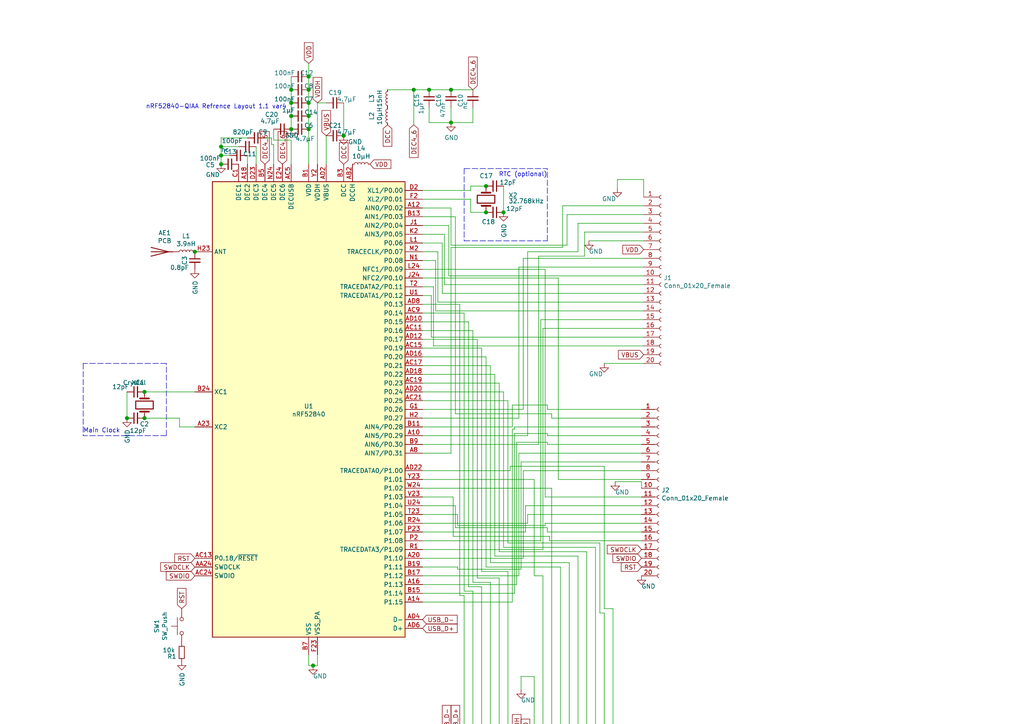
<source format=kicad_sch>
(kicad_sch (version 20210126) (generator eeschema)
  (paper "A4")
  (lib_symbols
    (symbol "Connector:Conn_01x20_Female" (pin_names (offset 1.016) hide)
      (property "Reference" "J" (at 0 25.4 0))
      (property "Value" "Conn_01x20_Female" (at 0 -27.94 0))
      (symbol "Conn_01x20_Female_1_1"
        (arc (start 0 -24.892) (end 0 -25.908) (radius (at 0 -25.4) (length 0.508) (angles 90.1 -90.1)) (stroke (width 0.1524)))
        (arc (start 0 -22.352) (end 0 -23.368) (radius (at 0 -22.86) (length 0.508) (angles 90.1 -90.1)) (stroke (width 0.1524)))
        (arc (start 0 -19.812) (end 0 -20.828) (radius (at 0 -20.32) (length 0.508) (angles 90.1 -90.1)) (stroke (width 0.1524)))
        (arc (start 0 -17.272) (end 0 -18.288) (radius (at 0 -17.78) (length 0.508) (angles 90.1 -90.1)) (stroke (width 0.1524)))
        (arc (start 0 -14.732) (end 0 -15.748) (radius (at 0 -15.24) (length 0.508) (angles 90.1 -90.1)) (stroke (width 0.1524)))
        (arc (start 0 -12.192) (end 0 -13.208) (radius (at 0 -12.7) (length 0.508) (angles 90.1 -90.1)) (stroke (width 0.1524)))
        (arc (start 0 -9.652) (end 0 -10.668) (radius (at 0 -10.16) (length 0.508) (angles 90.1 -90.1)) (stroke (width 0.1524)))
        (arc (start 0 -7.112) (end 0 -8.128) (radius (at 0 -7.62) (length 0.508) (angles 90.1 -90.1)) (stroke (width 0.1524)))
        (arc (start 0 -4.572) (end 0 -5.588) (radius (at 0 -5.08) (length 0.508) (angles 90.1 -90.1)) (stroke (width 0.1524)))
        (arc (start 0 -2.032) (end 0 -3.048) (radius (at 0 -2.54) (length 0.508) (angles 90.1 -90.1)) (stroke (width 0.1524)))
        (arc (start 0 0.508) (end 0 -0.508) (radius (at 0 0) (length 0.508) (angles 90.1 -90.1)) (stroke (width 0.1524)))
        (arc (start 0 3.048) (end 0 2.032) (radius (at 0 2.54) (length 0.508) (angles 90.1 -90.1)) (stroke (width 0.1524)))
        (arc (start 0 5.588) (end 0 4.572) (radius (at 0 5.08) (length 0.508) (angles 90.1 -90.1)) (stroke (width 0.1524)))
        (arc (start 0 8.128) (end 0 7.112) (radius (at 0 7.62) (length 0.508) (angles 90.1 -90.1)) (stroke (width 0.1524)))
        (arc (start 0 10.668) (end 0 9.652) (radius (at 0 10.16) (length 0.508) (angles 90.1 -90.1)) (stroke (width 0.1524)))
        (arc (start 0 13.208) (end 0 12.192) (radius (at 0 12.7) (length 0.508) (angles 90.1 -90.1)) (stroke (width 0.1524)))
        (arc (start 0 15.748) (end 0 14.732) (radius (at 0 15.24) (length 0.508) (angles 90.1 -90.1)) (stroke (width 0.1524)))
        (arc (start 0 18.288) (end 0 17.272) (radius (at 0 17.78) (length 0.508) (angles 90.1 -90.1)) (stroke (width 0.1524)))
        (arc (start 0 20.828) (end 0 19.812) (radius (at 0 20.32) (length 0.508) (angles 90.1 -90.1)) (stroke (width 0.1524)))
        (arc (start 0 23.368) (end 0 22.352) (radius (at 0 22.86) (length 0.508) (angles 90.1 -90.1)) (stroke (width 0.1524)))
        (polyline (pts (xy -1.27 -25.4) (xy -0.508 -25.4)) (stroke (width 0.1524)))
        (polyline (pts (xy -1.27 -22.86) (xy -0.508 -22.86)) (stroke (width 0.1524)))
        (polyline (pts (xy -1.27 -20.32) (xy -0.508 -20.32)) (stroke (width 0.1524)))
        (polyline (pts (xy -1.27 -17.78) (xy -0.508 -17.78)) (stroke (width 0.1524)))
        (polyline (pts (xy -1.27 -15.24) (xy -0.508 -15.24)) (stroke (width 0.1524)))
        (polyline (pts (xy -1.27 -12.7) (xy -0.508 -12.7)) (stroke (width 0.1524)))
        (polyline (pts (xy -1.27 -10.16) (xy -0.508 -10.16)) (stroke (width 0.1524)))
        (polyline (pts (xy -1.27 -7.62) (xy -0.508 -7.62)) (stroke (width 0.1524)))
        (polyline (pts (xy -1.27 -5.08) (xy -0.508 -5.08)) (stroke (width 0.1524)))
        (polyline (pts (xy -1.27 -2.54) (xy -0.508 -2.54)) (stroke (width 0.1524)))
        (polyline (pts (xy -1.27 0) (xy -0.508 0)) (stroke (width 0.1524)))
        (polyline (pts (xy -1.27 2.54) (xy -0.508 2.54)) (stroke (width 0.1524)))
        (polyline (pts (xy -1.27 5.08) (xy -0.508 5.08)) (stroke (width 0.1524)))
        (polyline (pts (xy -1.27 7.62) (xy -0.508 7.62)) (stroke (width 0.1524)))
        (polyline (pts (xy -1.27 10.16) (xy -0.508 10.16)) (stroke (width 0.1524)))
        (polyline (pts (xy -1.27 12.7) (xy -0.508 12.7)) (stroke (width 0.1524)))
        (polyline (pts (xy -1.27 15.24) (xy -0.508 15.24)) (stroke (width 0.1524)))
        (polyline (pts (xy -1.27 17.78) (xy -0.508 17.78)) (stroke (width 0.1524)))
        (polyline (pts (xy -1.27 20.32) (xy -0.508 20.32)) (stroke (width 0.1524)))
        (polyline (pts (xy -1.27 22.86) (xy -0.508 22.86)) (stroke (width 0.1524)))
        (pin passive line (at -5.08 22.86 0) (length 3.81) (name "Pin_1") (number "1"))
        (pin passive line (at -5.08 0 0) (length 3.81) (name "Pin_10") (number "10"))
        (pin passive line (at -5.08 -2.54 0) (length 3.81) (name "Pin_11") (number "11"))
        (pin passive line (at -5.08 -5.08 0) (length 3.81) (name "Pin_12") (number "12"))
        (pin passive line (at -5.08 -7.62 0) (length 3.81) (name "Pin_13") (number "13"))
        (pin passive line (at -5.08 -10.16 0) (length 3.81) (name "Pin_14") (number "14"))
        (pin passive line (at -5.08 -12.7 0) (length 3.81) (name "Pin_15") (number "15"))
        (pin passive line (at -5.08 -15.24 0) (length 3.81) (name "Pin_16") (number "16"))
        (pin passive line (at -5.08 -17.78 0) (length 3.81) (name "Pin_17") (number "17"))
        (pin passive line (at -5.08 -20.32 0) (length 3.81) (name "Pin_18") (number "18"))
        (pin passive line (at -5.08 -22.86 0) (length 3.81) (name "Pin_19") (number "19"))
        (pin passive line (at -5.08 20.32 0) (length 3.81) (name "Pin_2") (number "2"))
        (pin passive line (at -5.08 -25.4 0) (length 3.81) (name "Pin_20") (number "20"))
        (pin passive line (at -5.08 17.78 0) (length 3.81) (name "Pin_3") (number "3"))
        (pin passive line (at -5.08 15.24 0) (length 3.81) (name "Pin_4") (number "4"))
        (pin passive line (at -5.08 12.7 0) (length 3.81) (name "Pin_5") (number "5"))
        (pin passive line (at -5.08 10.16 0) (length 3.81) (name "Pin_6") (number "6"))
        (pin passive line (at -5.08 7.62 0) (length 3.81) (name "Pin_7") (number "7"))
        (pin passive line (at -5.08 5.08 0) (length 3.81) (name "Pin_8") (number "8"))
        (pin passive line (at -5.08 2.54 0) (length 3.81) (name "Pin_9") (number "9"))
      )
    )
    (symbol "Device:Antenna" (pin_numbers hide) (pin_names (offset 1.016) hide)
      (property "Reference" "AE" (at -1.905 1.905 0))
      (property "Value" "Antenna" (at -1.905 0 0))
      (symbol "Antenna_0_1"
        (polyline (pts (xy 0 2.54) (xy 0 -3.81)) (stroke (width 0.254)))
        (polyline (pts (xy 1.27 2.54) (xy 0 -2.54) (xy -1.27 2.54)) (stroke (width 0.254)))
      )
      (symbol "Antenna_1_1"
        (pin input line (at 0 -5.08 90) (length 2.54) (name "A") (number "1"))
      )
    )
    (symbol "Device:C_Small" (pin_numbers hide) (pin_names (offset 0.254) hide)
      (property "Reference" "C" (at 0.254 1.778 0))
      (property "Value" "C_Small" (at 0.254 -2.032 0))
      (symbol "C_Small_0_1"
        (polyline (pts (xy -1.524 -0.508) (xy 1.524 -0.508)) (stroke (width 0.3302)))
        (polyline (pts (xy -1.524 0.508) (xy 1.524 0.508)) (stroke (width 0.3048)))
      )
      (symbol "C_Small_1_1"
        (pin passive line (at 0 2.54 270) (length 2.032) (name "~") (number "1"))
        (pin passive line (at 0 -2.54 90) (length 2.032) (name "~") (number "2"))
      )
    )
    (symbol "Device:Crystal" (pin_numbers hide) (pin_names (offset 1.016) hide)
      (property "Reference" "Y" (at 0 3.81 0))
      (property "Value" "Crystal" (at 0 -3.81 0))
      (symbol "Crystal_0_1"
        (rectangle (start -1.143 2.54) (end 1.143 -2.54) (stroke (width 0.3048)))
        (polyline (pts (xy -2.54 0) (xy -1.905 0)))
        (polyline (pts (xy -1.905 -1.27) (xy -1.905 1.27)) (stroke (width 0.508)))
        (polyline (pts (xy 1.905 -1.27) (xy 1.905 1.27)) (stroke (width 0.508)))
        (polyline (pts (xy 2.54 0) (xy 1.905 0)))
      )
      (symbol "Crystal_1_1"
        (pin passive line (at -3.81 0 0) (length 1.27) (name "1") (number "1"))
        (pin passive line (at 3.81 0 180) (length 1.27) (name "2") (number "2"))
      )
    )
    (symbol "Device:Crystal_1" (pin_numbers hide) (pin_names (offset 1.016) hide)
      (property "Reference" "X1" (at -6.503 -1.149 90))
      (property "Value" "32MHz" (at -6.502 0.514 90))
      (symbol "Crystal_1_0_1"
        (rectangle (start -1.143 2.54) (end 1.143 -2.54) (stroke (width 0.3048)))
        (polyline (pts (xy -2.54 0) (xy -1.905 0)))
        (polyline (pts (xy -1.905 -1.27) (xy -1.905 1.27)) (stroke (width 0.508)))
        (polyline (pts (xy 1.905 -1.27) (xy 1.905 1.27)) (stroke (width 0.508)))
        (polyline (pts (xy 2.54 0) (xy 1.905 0)))
      )
      (symbol "Crystal_1_1_1"
        (pin passive line (at -3.81 0 0) (length 1.27) (name "1") (number "1"))
        (pin passive line (at 3.81 0 180) (length 1.27) (name "3") (number "3"))
      )
    )
    (symbol "Device:L_Small" (pin_numbers hide) (pin_names (offset 0.254) hide)
      (property "Reference" "L" (at 0.762 1.016 0))
      (property "Value" "L_Small" (at 0.762 -1.016 0))
      (symbol "L_Small_0_1"
        (arc (start 0 -2.032) (end 0 -1.016) (radius (at 0 -1.524) (length 0.508) (angles -89.9 89.9)))
        (arc (start 0 -1.016) (end 0 0) (radius (at 0 -0.508) (length 0.508) (angles -89.9 89.9)))
        (arc (start 0 0) (end 0 1.016) (radius (at 0 0.508) (length 0.508) (angles -89.9 89.9)))
        (arc (start 0 1.016) (end 0 2.032) (radius (at 0 1.524) (length 0.508) (angles -89.9 89.9)))
      )
      (symbol "L_Small_1_1"
        (pin passive line (at 0 2.54 270) (length 0.508) (name "~") (number "1"))
        (pin passive line (at 0 -2.54 90) (length 0.508) (name "~") (number "2"))
      )
    )
    (symbol "Device:R_Small" (pin_numbers hide) (pin_names (offset 0.254) hide)
      (property "Reference" "R" (at 0.762 0.508 0))
      (property "Value" "R_Small" (at 0.762 -1.016 0))
      (symbol "R_Small_0_1"
        (rectangle (start -0.762 1.778) (end 0.762 -1.778) (stroke (width 0.2032)))
      )
      (symbol "R_Small_1_1"
        (pin passive line (at 0 2.54 270) (length 0.762) (name "~") (number "1"))
        (pin passive line (at 0 -2.54 90) (length 0.762) (name "~") (number "2"))
      )
    )
    (symbol "MCU_Nordic:nRF52840"
      (property "Reference" "U" (at 0 5.08 0))
      (property "Value" "nRF52840" (at 0 2.54 0))
      (symbol "nRF52840_0_1"
        (rectangle (start -27.94 66.04) (end 27.94 -66.04) (stroke (width 0.254)) (fill (type background)))
      )
      (symbol "nRF52840_1_1"
        (pin bidirectional line (at 33.02 -7.62 180) (length 5.08) (name "AIN5/P0.29") (number "A10"))
        (pin bidirectional line (at 33.02 58.42 180) (length 5.08) (name "AIN0/P0.02") (number "A12"))
        (pin bidirectional line (at 33.02 -55.88 180) (length 5.08) (name "P1.15") (number "A14"))
        (pin bidirectional line (at 33.02 -50.8 180) (length 5.08) (name "P1.13") (number "A16"))
        (pin passive line (at -17.78 71.12 270) (length 5.08) (name "DEC2") (number "A18"))
        (pin bidirectional line (at 33.02 -43.18 180) (length 5.08) (name "P1.10") (number "A20"))
        (pin passive line (at 0 71.12 270) (length 5.08) hide (name "VDD") (number "A22"))
        (pin input line (at -33.02 -5.08 0) (length 5.08) (name "XC2") (number "A23"))
        (pin bidirectional line (at 33.02 -12.7 180) (length 5.08) (name "AIN7/P0.31") (number "A8"))
        (pin input line (at -33.02 -45.72 0) (length 5.08) (name "SWDCLK") (number "AA24"))
        (pin power_out line (at 12.7 71.12 270) (length 5.08) (name "DCCH") (number "AB2"))
        (pin bidirectional line (at 33.02 22.86 180) (length 5.08) (name "P0.16") (number "AC11"))
        (pin bidirectional line (at -33.02 -43.18 0) (length 5.08) (name "P0.18/~RESET") (number "AC13"))
        (pin bidirectional line (at 33.02 17.78 180) (length 5.08) (name "P0.19") (number "AC15"))
        (pin bidirectional line (at 33.02 12.7 180) (length 5.08) (name "P0.21") (number "AC17"))
        (pin bidirectional line (at 33.02 7.62 180) (length 5.08) (name "P0.23") (number "AC19"))
        (pin bidirectional line (at 33.02 2.54 180) (length 5.08) (name "P0.25") (number "AC21"))
        (pin bidirectional line (at -33.02 -48.26 0) (length 5.08) (name "SWDIO") (number "AC24"))
        (pin passive line (at -5.08 71.12 270) (length 5.08) (name "DECUSB") (number "AC5"))
        (pin bidirectional line (at 33.02 27.94 180) (length 5.08) (name "P0.14") (number "AC9"))
        (pin bidirectional line (at 33.02 25.4 180) (length 5.08) (name "P0.15") (number "AD10"))
        (pin bidirectional line (at 33.02 20.32 180) (length 5.08) (name "P0.17") (number "AD12"))
        (pin passive line (at 0 71.12 270) (length 5.08) hide (name "VDD") (number "AD14"))
        (pin bidirectional line (at 33.02 15.24 180) (length 5.08) (name "P0.20") (number "AD16"))
        (pin bidirectional line (at 33.02 10.16 180) (length 5.08) (name "P0.22") (number "AD18"))
        (pin power_in line (at 5.08 71.12 270) (length 5.08) (name "VBUS") (number "AD2"))
        (pin bidirectional line (at 33.02 5.08 180) (length 5.08) (name "P0.24") (number "AD20"))
        (pin bidirectional line (at 33.02 -17.78 180) (length 5.08) (name "TRACEDATA0/P1.00") (number "AD22"))
        (pin passive line (at 0 71.12 270) (length 5.08) hide (name "VDD") (number "AD23"))
        (pin bidirectional line (at 33.02 -60.96 180) (length 5.08) (name "D-") (number "AD4"))
        (pin bidirectional line (at 33.02 -63.5 180) (length 5.08) (name "D+") (number "AD6"))
        (pin bidirectional line (at 33.02 30.48 180) (length 5.08) (name "P0.13") (number "AD8"))
        (pin power_in line (at 0 71.12 270) (length 5.08) (name "VDD") (number "B1"))
        (pin bidirectional line (at 33.02 -5.08 180) (length 5.08) (name "AIN4/P0.28") (number "B11"))
        (pin bidirectional line (at 33.02 55.88 180) (length 5.08) (name "AIN1/P0.03") (number "B13"))
        (pin bidirectional line (at 33.02 -53.34 180) (length 5.08) (name "P1.14") (number "B15"))
        (pin bidirectional line (at 33.02 -48.26 180) (length 5.08) (name "P1.12") (number "B17"))
        (pin bidirectional line (at 33.02 -45.72 180) (length 5.08) (name "P1.11") (number "B19"))
        (pin input line (at -33.02 5.08 0) (length 5.08) (name "XC1") (number "B24"))
        (pin power_out line (at 10.16 71.12 270) (length 5.08) (name "DCC") (number "B3"))
        (pin passive line (at -12.7 71.12 270) (length 5.08) (name "DEC4") (number "B5"))
        (pin power_in line (at 0 -71.12 90) (length 5.08) (name "VSS") (number "B7"))
        (pin bidirectional line (at 33.02 -10.16 180) (length 5.08) (name "AIN6/P0.30") (number "B9"))
        (pin passive line (at -20.32 71.12 270) (length 5.08) (name "DEC1") (number "C1"))
        (pin bidirectional line (at 33.02 63.5 180) (length 5.08) (name "XL1/P0.00") (number "D2"))
        (pin passive line (at -15.24 71.12 270) (length 5.08) (name "DEC3") (number "D23"))
        (pin passive line (at -7.62 71.12 270) (length 5.08) (name "DEC6") (number "E24"))
        (pin passive line (at 0 -71.12 90) (length 5.08) hide (name "VSS") (number "EP"))
        (pin bidirectional line (at 33.02 60.96 180) (length 5.08) (name "XL2/P0.01") (number "F2"))
        (pin power_in line (at 2.54 -71.12 90) (length 5.08) (name "VSS_PA") (number "F23"))
        (pin bidirectional line (at 33.02 0 180) (length 5.08) (name "P0.26") (number "G1"))
        (pin bidirectional line (at 33.02 -2.54 180) (length 5.08) (name "P0.27") (number "H2"))
        (pin passive line (at -33.02 45.72 0) (length 5.08) (name "ANT") (number "H23"))
        (pin bidirectional line (at 33.02 53.34 180) (length 5.08) (name "AIN2/P0.04") (number "J1"))
        (pin bidirectional line (at 33.02 38.1 180) (length 5.08) (name "NFC2/P0.10") (number "J24"))
        (pin bidirectional line (at 33.02 50.8 180) (length 5.08) (name "AIN3/P0.05") (number "K2"))
        (pin bidirectional line (at 33.02 48.26 180) (length 5.08) (name "P0.06") (number "L1"))
        (pin bidirectional line (at 33.02 40.64 180) (length 5.08) (name "NFC1/P0.09") (number "L24"))
        (pin bidirectional line (at 33.02 45.72 180) (length 5.08) (name "TRACECLK/P0.07") (number "M2"))
        (pin bidirectional line (at 33.02 43.18 180) (length 5.08) (name "P0.08") (number "N1"))
        (pin passive line (at -10.16 71.12 270) (length 5.08) (name "DEC5") (number "N24"))
        (pin bidirectional line (at 33.02 -38.1 180) (length 5.08) (name "P1.08") (number "P2"))
        (pin bidirectional line (at 33.02 -35.56 180) (length 5.08) (name "P1.07") (number "P23"))
        (pin bidirectional line (at 33.02 -40.64 180) (length 5.08) (name "TRACEDATA3/P1.09") (number "R1"))
        (pin bidirectional line (at 33.02 -33.02 180) (length 5.08) (name "P1.06") (number "R24"))
        (pin bidirectional line (at 33.02 35.56 180) (length 5.08) (name "TRACEDATA2/P0.11") (number "T2"))
        (pin bidirectional line (at 33.02 -30.48 180) (length 5.08) (name "P1.05") (number "T23"))
        (pin bidirectional line (at 33.02 33.02 180) (length 5.08) (name "TRACEDATA1/P0.12") (number "U1"))
        (pin bidirectional line (at 33.02 -27.94 180) (length 5.08) (name "P1.04") (number "U24"))
        (pin bidirectional line (at 33.02 -25.4 180) (length 5.08) (name "P1.03") (number "V23"))
        (pin passive line (at 0 71.12 270) (length 5.08) hide (name "VDD") (number "W1"))
        (pin bidirectional line (at 33.02 -22.86 180) (length 5.08) (name "P1.02") (number "W24"))
        (pin power_in line (at 2.54 71.12 270) (length 5.08) (name "VDDH") (number "Y2"))
        (pin bidirectional line (at 33.02 -20.32 180) (length 5.08) (name "P1.01") (number "Y23"))
      )
    )
    (symbol "Switch:SW_Push" (pin_numbers hide) (pin_names (offset 1.016) hide)
      (property "Reference" "SW" (at 1.27 2.54 0))
      (property "Value" "SW_Push" (at 0 -1.524 0))
      (symbol "SW_Push_0_1"
        (circle (center -2.032 0) (radius 0.508))
        (circle (center 2.032 0) (radius 0.508))
        (polyline (pts (xy 0 1.27) (xy 0 3.048)))
        (polyline (pts (xy 2.54 1.27) (xy -2.54 1.27)))
        (pin passive line (at -5.08 0 0) (length 2.54) (name "1") (number "1"))
        (pin passive line (at 5.08 0 180) (length 2.54) (name "2") (number "2"))
      )
    )
    (symbol "power:GND" (power) (pin_names (offset 0))
      (property "Value" "GND" (at 0 -3.81 0))
      (symbol "GND_0_1"
        (polyline (pts (xy 0 0) (xy 0 -1.27) (xy 1.27 -1.27) (xy 0 -2.54) (xy -1.27 -1.27) (xy 0 -1.27)))
      )
      (symbol "GND_1_1"
        (pin power_in line (at 0 0 270) (length 0) hide (name "GND") (number "1"))
      )
    )
  )
  (junction (at 36.83 121.285) (diameter 1.016))
  (junction (at 41.91 113.665) (diameter 1.016))
  (junction (at 41.91 121.285) (diameter 1.016))
  (junction (at 56.515 73.025) (diameter 1.016))
  (junction (at 64.135 42.545) (diameter 1.016))
  (junction (at 64.135 45.085) (diameter 1.016))
  (junction (at 64.135 47.625) (diameter 1.016))
  (junction (at 84.455 26.035) (diameter 1.016))
  (junction (at 84.455 29.845) (diameter 1.016))
  (junction (at 84.455 33.655) (diameter 1.016))
  (junction (at 84.455 37.465) (diameter 1.016))
  (junction (at 89.535 22.225) (diameter 1.016))
  (junction (at 89.535 26.035) (diameter 1.016))
  (junction (at 89.535 29.845) (diameter 1.016))
  (junction (at 89.535 33.655) (diameter 1.016))
  (junction (at 89.535 37.465) (diameter 1.016))
  (junction (at 90.805 193.04) (diameter 1.016))
  (junction (at 99.695 39.37) (diameter 1.016))
  (junction (at 120.015 26.035) (diameter 1.016))
  (junction (at 124.46 26.035) (diameter 1.016))
  (junction (at 130.81 26.035) (diameter 1.016))
  (junction (at 130.81 35.56) (diameter 1.016))
  (junction (at 140.97 53.975) (diameter 1.016))
  (junction (at 140.97 61.595) (diameter 1.016))
  (junction (at 146.05 61.595) (diameter 1.016))
  (wire (pts (xy 36.83 121.285) (xy 36.83 113.665)))
  (wire (pts (xy 41.91 113.665) (xy 56.515 113.665)))
  (wire (pts (xy 52.07 121.285) (xy 41.91 121.285)))
  (wire (pts (xy 52.07 123.825) (xy 52.07 121.285)))
  (wire (pts (xy 56.515 123.825) (xy 52.07 123.825)))
  (wire (pts (xy 64.135 40.005) (xy 64.135 42.545)))
  (wire (pts (xy 64.135 42.545) (xy 64.135 45.085)))
  (wire (pts (xy 64.135 45.085) (xy 64.135 47.625)))
  (wire (pts (xy 66.675 45.085) (xy 64.135 45.085)))
  (wire (pts (xy 69.215 42.545) (xy 64.135 42.545)))
  (wire (pts (xy 71.755 40.005) (xy 64.135 40.005)))
  (wire (pts (xy 71.755 45.085) (xy 71.755 47.625)))
  (wire (pts (xy 74.295 42.545) (xy 74.295 47.625)))
  (wire (pts (xy 78.74 40.005) (xy 76.835 40.005)))
  (wire (pts (xy 78.74 41.91) (xy 78.74 40.005)))
  (wire (pts (xy 79.375 40.64) (xy 79.375 37.465)))
  (wire (pts (xy 79.375 41.91) (xy 78.74 41.91)))
  (wire (pts (xy 79.375 47.625) (xy 79.375 41.91)))
  (wire (pts (xy 84.455 22.225) (xy 84.455 26.035)))
  (wire (pts (xy 84.455 26.035) (xy 84.455 29.845)))
  (wire (pts (xy 84.455 29.845) (xy 84.455 33.655)))
  (wire (pts (xy 84.455 33.655) (xy 84.455 37.465)))
  (wire (pts (xy 84.455 40.64) (xy 79.375 40.64)))
  (wire (pts (xy 84.455 47.625) (xy 84.455 40.64)))
  (wire (pts (xy 89.535 18.415) (xy 89.535 22.225)))
  (wire (pts (xy 89.535 22.225) (xy 89.535 26.035)))
  (wire (pts (xy 89.535 26.035) (xy 89.535 29.845)))
  (wire (pts (xy 89.535 29.845) (xy 89.535 33.655)))
  (wire (pts (xy 89.535 33.655) (xy 89.535 37.465)))
  (wire (pts (xy 89.535 37.465) (xy 89.535 47.625)))
  (wire (pts (xy 89.535 189.865) (xy 89.535 193.04)))
  (wire (pts (xy 89.535 193.04) (xy 90.805 193.04)))
  (wire (pts (xy 92.075 29.845) (xy 94.615 29.845)))
  (wire (pts (xy 92.075 47.625) (xy 92.075 29.845)))
  (wire (pts (xy 92.075 189.865) (xy 92.075 193.04)))
  (wire (pts (xy 92.075 193.04) (xy 90.805 193.04)))
  (wire (pts (xy 94.615 39.37) (xy 94.615 47.625)))
  (wire (pts (xy 99.695 29.845) (xy 99.695 39.37)))
  (wire (pts (xy 112.395 26.035) (xy 120.015 26.035)))
  (wire (pts (xy 120.015 26.035) (xy 124.46 26.035)))
  (wire (pts (xy 120.015 36.195) (xy 120.015 26.035)))
  (wire (pts (xy 122.555 60.325) (xy 130.81 60.325)))
  (wire (pts (xy 122.555 62.865) (xy 132.08 62.865)))
  (wire (pts (xy 122.555 65.405) (xy 130.175 65.405)))
  (wire (pts (xy 122.555 67.945) (xy 128.905 67.945)))
  (wire (pts (xy 122.555 70.485) (xy 128.27 70.485)))
  (wire (pts (xy 122.555 73.025) (xy 127 73.025)))
  (wire (pts (xy 122.555 75.565) (xy 126.365 75.565)))
  (wire (pts (xy 122.555 78.105) (xy 158.115 78.105)))
  (wire (pts (xy 122.555 80.645) (xy 161.925 80.645)))
  (wire (pts (xy 122.555 83.185) (xy 125.73 83.185)))
  (wire (pts (xy 122.555 85.725) (xy 125.095 85.725)))
  (wire (pts (xy 122.555 88.265) (xy 133.35 88.265)))
  (wire (pts (xy 122.555 90.805) (xy 134.62 90.805)))
  (wire (pts (xy 122.555 93.345) (xy 135.89 93.345)))
  (wire (pts (xy 122.555 95.885) (xy 137.16 95.885)))
  (wire (pts (xy 122.555 98.425) (xy 138.43 98.425)))
  (wire (pts (xy 122.555 100.965) (xy 139.7 100.965)))
  (wire (pts (xy 122.555 103.505) (xy 140.97 103.505)))
  (wire (pts (xy 122.555 106.045) (xy 142.24 106.045)))
  (wire (pts (xy 122.555 108.585) (xy 143.51 108.585)))
  (wire (pts (xy 122.555 111.125) (xy 144.78 111.125)))
  (wire (pts (xy 122.555 113.665) (xy 146.05 113.665)))
  (wire (pts (xy 122.555 116.205) (xy 147.32 116.205)))
  (wire (pts (xy 122.555 118.745) (xy 151.765 118.745)))
  (wire (pts (xy 122.555 121.285) (xy 150.495 121.285)))
  (wire (pts (xy 122.555 123.825) (xy 148.59 123.825)))
  (wire (pts (xy 122.555 126.365) (xy 153.035 126.365)))
  (wire (pts (xy 122.555 128.905) (xy 156.21 128.905)))
  (wire (pts (xy 122.555 131.445) (xy 130.81 131.445)))
  (wire (pts (xy 122.555 136.525) (xy 147.955 136.525)))
  (wire (pts (xy 122.555 139.065) (xy 154.94 139.065)))
  (wire (pts (xy 122.555 141.605) (xy 160.02 141.605)))
  (wire (pts (xy 122.555 144.145) (xy 131.445 144.145)))
  (wire (pts (xy 122.555 146.685) (xy 132.08 146.685)))
  (wire (pts (xy 122.555 149.225) (xy 132.715 149.225)))
  (wire (pts (xy 122.555 151.765) (xy 153.035 151.765)))
  (wire (pts (xy 122.555 154.305) (xy 152.4 154.305)))
  (wire (pts (xy 122.555 156.845) (xy 156.845 156.845)))
  (wire (pts (xy 122.555 159.385) (xy 157.48 159.385)))
  (wire (pts (xy 122.555 161.925) (xy 151.765 161.925)))
  (wire (pts (xy 122.555 164.465) (xy 132.715 164.465)))
  (wire (pts (xy 122.555 167.005) (xy 150.495 167.005)))
  (wire (pts (xy 122.555 169.545) (xy 149.86 169.545)))
  (wire (pts (xy 122.555 172.085) (xy 149.225 172.085)))
  (wire (pts (xy 122.555 174.625) (xy 148.59 174.625)))
  (wire (pts (xy 124.46 26.035) (xy 130.81 26.035)))
  (wire (pts (xy 124.46 31.115) (xy 124.46 35.56)))
  (wire (pts (xy 124.46 35.56) (xy 130.81 35.56)))
  (wire (pts (xy 125.095 85.725) (xy 125.095 97.79)))
  (wire (pts (xy 125.095 97.79) (xy 186.69 97.79)))
  (wire (pts (xy 125.73 83.185) (xy 125.73 100.33)))
  (wire (pts (xy 125.73 100.33) (xy 186.69 100.33)))
  (wire (pts (xy 126.365 75.565) (xy 126.365 90.17)))
  (wire (pts (xy 126.365 90.17) (xy 186.69 90.17)))
  (wire (pts (xy 127 73.025) (xy 127 87.63)))
  (wire (pts (xy 127 87.63) (xy 186.69 87.63)))
  (wire (pts (xy 128.27 70.485) (xy 128.27 85.09)))
  (wire (pts (xy 128.27 85.09) (xy 186.69 85.09)))
  (wire (pts (xy 128.905 67.945) (xy 128.905 82.55)))
  (wire (pts (xy 128.905 82.55) (xy 186.69 82.55)))
  (wire (pts (xy 130.175 65.405) (xy 130.175 80.01)))
  (wire (pts (xy 130.175 80.01) (xy 186.69 80.01)))
  (wire (pts (xy 130.81 26.035) (xy 137.16 26.035)))
  (wire (pts (xy 130.81 31.115) (xy 130.81 35.56)))
  (wire (pts (xy 130.81 60.325) (xy 130.81 71.12)))
  (wire (pts (xy 130.81 71.12) (xy 164.465 71.12)))
  (wire (pts (xy 130.81 71.755) (xy 163.195 71.755)))
  (wire (pts (xy 130.81 131.445) (xy 130.81 71.755)))
  (wire (pts (xy 131.445 144.145) (xy 131.445 155.575)))
  (wire (pts (xy 131.445 155.575) (xy 159.385 155.575)))
  (wire (pts (xy 132.08 62.865) (xy 132.08 120.015)))
  (wire (pts (xy 132.08 120.015) (xy 160.02 120.015)))
  (wire (pts (xy 132.08 146.685) (xy 132.08 153.035)))
  (wire (pts (xy 132.08 153.035) (xy 158.75 153.035)))
  (wire (pts (xy 132.715 149.225) (xy 132.715 152.4)))
  (wire (pts (xy 132.715 152.4) (xy 158.115 152.4)))
  (wire (pts (xy 132.715 164.465) (xy 132.715 165.1)))
  (wire (pts (xy 132.715 165.1) (xy 151.13 165.1)))
  (wire (pts (xy 133.35 88.265) (xy 133.35 172.72)))
  (wire (pts (xy 133.35 172.72) (xy 134.62 172.72)))
  (wire (pts (xy 134.62 90.805) (xy 134.62 171.45)))
  (wire (pts (xy 134.62 171.45) (xy 137.16 171.45)))
  (wire (pts (xy 134.62 172.72) (xy 134.62 214.63)))
  (wire (pts (xy 135.89 93.345) (xy 135.89 170.18)))
  (wire (pts (xy 135.89 170.18) (xy 139.7 170.18)))
  (wire (pts (xy 136.525 53.975) (xy 136.525 55.245)))
  (wire (pts (xy 136.525 55.245) (xy 122.555 55.245)))
  (wire (pts (xy 136.525 57.785) (xy 122.555 57.785)))
  (wire (pts (xy 136.525 61.595) (xy 136.525 57.785)))
  (wire (pts (xy 137.16 31.115) (xy 137.16 35.56)))
  (wire (pts (xy 137.16 35.56) (xy 130.81 35.56)))
  (wire (pts (xy 137.16 95.885) (xy 137.16 168.91)))
  (wire (pts (xy 137.16 168.91) (xy 142.24 168.91)))
  (wire (pts (xy 137.16 171.45) (xy 137.16 214.63)))
  (wire (pts (xy 138.43 98.425) (xy 138.43 167.64)))
  (wire (pts (xy 138.43 167.64) (xy 144.78 167.64)))
  (wire (pts (xy 139.7 100.965) (xy 139.7 165.735)))
  (wire (pts (xy 139.7 165.735) (xy 147.32 165.735)))
  (wire (pts (xy 139.7 170.18) (xy 139.7 214.63)))
  (wire (pts (xy 140.97 53.975) (xy 136.525 53.975)))
  (wire (pts (xy 140.97 61.595) (xy 136.525 61.595)))
  (wire (pts (xy 140.97 103.505) (xy 140.97 164.465)))
  (wire (pts (xy 140.97 164.465) (xy 162.56 164.465)))
  (wire (pts (xy 142.24 106.045) (xy 142.24 163.195)))
  (wire (pts (xy 142.24 163.195) (xy 165.1 163.195)))
  (wire (pts (xy 142.24 168.91) (xy 142.24 214.63)))
  (wire (pts (xy 143.51 108.585) (xy 143.51 161.29)))
  (wire (pts (xy 143.51 161.29) (xy 167.64 161.29)))
  (wire (pts (xy 144.78 111.125) (xy 144.78 160.02)))
  (wire (pts (xy 144.78 160.02) (xy 170.18 160.02)))
  (wire (pts (xy 144.78 167.64) (xy 144.78 214.63)))
  (wire (pts (xy 146.05 53.975) (xy 146.05 61.595)))
  (wire (pts (xy 146.05 113.665) (xy 146.05 158.75)))
  (wire (pts (xy 146.05 158.75) (xy 172.72 158.75)))
  (wire (pts (xy 147.32 116.205) (xy 147.32 157.48)))
  (wire (pts (xy 147.32 157.48) (xy 173.99 157.48)))
  (wire (pts (xy 147.32 165.735) (xy 147.32 214.63)))
  (wire (pts (xy 147.955 135.255) (xy 175.26 135.255)))
  (wire (pts (xy 147.955 136.525) (xy 147.955 135.255)))
  (wire (pts (xy 148.59 117.475) (xy 158.75 117.475)))
  (wire (pts (xy 148.59 123.825) (xy 148.59 117.475)))
  (wire (pts (xy 148.59 124.46) (xy 149.225 124.46)))
  (wire (pts (xy 148.59 174.625) (xy 148.59 124.46)))
  (wire (pts (xy 149.225 123.825) (xy 186.055 123.825)))
  (wire (pts (xy 149.225 124.46) (xy 149.225 123.825)))
  (wire (pts (xy 149.225 125.73) (xy 158.75 125.73)))
  (wire (pts (xy 149.225 172.085) (xy 149.225 125.73)))
  (wire (pts (xy 149.86 128.27) (xy 158.75 128.27)))
  (wire (pts (xy 149.86 169.545) (xy 149.86 128.27)))
  (wire (pts (xy 150.495 77.47) (xy 186.69 77.47)))
  (wire (pts (xy 150.495 121.285) (xy 150.495 77.47)))
  (wire (pts (xy 150.495 131.445) (xy 186.055 131.445)))
  (wire (pts (xy 150.495 167.005) (xy 150.495 131.445)))
  (wire (pts (xy 151.13 133.985) (xy 186.055 133.985)))
  (wire (pts (xy 151.13 165.1) (xy 151.13 133.985)))
  (wire (pts (xy 151.13 196.215) (xy 151.13 200.025)))
  (wire (pts (xy 151.765 74.93) (xy 186.69 74.93)))
  (wire (pts (xy 151.765 118.745) (xy 151.765 74.93)))
  (wire (pts (xy 151.765 136.525) (xy 186.055 136.525)))
  (wire (pts (xy 151.765 161.925) (xy 151.765 136.525)))
  (wire (pts (xy 152.4 146.685) (xy 186.055 146.685)))
  (wire (pts (xy 152.4 154.305) (xy 152.4 146.685)))
  (wire (pts (xy 153.035 73.025) (xy 167.64 73.025)))
  (wire (pts (xy 153.035 126.365) (xy 153.035 73.025)))
  (wire (pts (xy 153.035 149.225) (xy 186.055 149.225)))
  (wire (pts (xy 153.035 151.765) (xy 153.035 149.225)))
  (wire (pts (xy 154.94 139.065) (xy 154.94 167.005)))
  (wire (pts (xy 154.94 167.005) (xy 157.48 167.005)))
  (wire (pts (xy 154.94 196.215) (xy 151.13 196.215)))
  (wire (pts (xy 154.94 214.63) (xy 154.94 196.215)))
  (wire (pts (xy 156.21 74.295) (xy 169.545 74.295)))
  (wire (pts (xy 156.21 128.905) (xy 156.21 74.295)))
  (wire (pts (xy 156.845 92.71) (xy 186.69 92.71)))
  (wire (pts (xy 156.845 156.845) (xy 156.845 92.71)))
  (wire (pts (xy 157.48 95.25) (xy 186.69 95.25)))
  (wire (pts (xy 157.48 159.385) (xy 157.48 95.25)))
  (wire (pts (xy 157.48 167.005) (xy 157.48 214.63)))
  (wire (pts (xy 158.115 78.105) (xy 158.115 144.145)))
  (wire (pts (xy 158.115 144.145) (xy 186.055 144.145)))
  (wire (pts (xy 158.115 151.765) (xy 186.055 151.765)))
  (wire (pts (xy 158.115 152.4) (xy 158.115 151.765)))
  (wire (pts (xy 158.75 117.475) (xy 158.75 118.745)))
  (wire (pts (xy 158.75 118.745) (xy 186.055 118.745)))
  (wire (pts (xy 158.75 125.73) (xy 158.75 126.365)))
  (wire (pts (xy 158.75 126.365) (xy 186.055 126.365)))
  (wire (pts (xy 158.75 128.27) (xy 158.75 128.905)))
  (wire (pts (xy 158.75 128.905) (xy 186.055 128.905)))
  (wire (pts (xy 158.75 153.035) (xy 158.75 154.305)))
  (wire (pts (xy 158.75 154.305) (xy 186.055 154.305)))
  (wire (pts (xy 159.385 155.575) (xy 159.385 156.845)))
  (wire (pts (xy 159.385 156.845) (xy 186.055 156.845)))
  (wire (pts (xy 160.02 120.015) (xy 160.02 121.285)))
  (wire (pts (xy 160.02 121.285) (xy 186.055 121.285)))
  (wire (pts (xy 160.02 141.605) (xy 160.02 214.63)))
  (wire (pts (xy 161.925 80.645) (xy 161.925 139.065)))
  (wire (pts (xy 161.925 139.065) (xy 186.055 139.065)))
  (wire (pts (xy 162.56 164.465) (xy 162.56 214.63)))
  (wire (pts (xy 163.195 59.69) (xy 186.69 59.69)))
  (wire (pts (xy 163.195 71.755) (xy 163.195 59.69)))
  (wire (pts (xy 164.465 62.23) (xy 186.69 62.23)))
  (wire (pts (xy 164.465 71.12) (xy 164.465 62.23)))
  (wire (pts (xy 165.1 163.195) (xy 165.1 214.63)))
  (wire (pts (xy 167.64 64.77) (xy 186.69 64.77)))
  (wire (pts (xy 167.64 73.025) (xy 167.64 64.77)))
  (wire (pts (xy 167.64 161.29) (xy 167.64 214.63)))
  (wire (pts (xy 169.545 67.31) (xy 186.69 67.31)))
  (wire (pts (xy 169.545 74.295) (xy 169.545 67.31)))
  (wire (pts (xy 170.18 160.02) (xy 170.18 214.63)))
  (wire (pts (xy 170.815 69.85) (xy 186.69 69.85)))
  (wire (pts (xy 172.72 158.75) (xy 172.72 214.63)))
  (wire (pts (xy 173.99 157.48) (xy 173.99 177.8)))
  (wire (pts (xy 173.99 177.8) (xy 175.26 177.8)))
  (wire (pts (xy 175.26 105.41) (xy 186.69 105.41)))
  (wire (pts (xy 175.26 135.255) (xy 175.26 176.53)))
  (wire (pts (xy 175.26 176.53) (xy 177.8 176.53)))
  (wire (pts (xy 175.26 177.8) (xy 175.26 214.63)))
  (wire (pts (xy 177.8 176.53) (xy 177.8 214.63)))
  (wire (pts (xy 179.07 52.07) (xy 179.07 54.61)))
  (wire (pts (xy 186.055 139.7) (xy 178.435 139.7)))
  (wire (pts (xy 186.055 141.605) (xy 186.055 139.7)))
  (wire (pts (xy 186.69 52.07) (xy 179.07 52.07)))
  (wire (pts (xy 186.69 57.15) (xy 186.69 52.07)))
  (polyline (pts (xy 24.13 105.41) (xy 24.13 126.365)) (stroke (width 0) (type dash)))
  (polyline (pts (xy 48.26 105.41) (xy 24.13 105.41)) (stroke (width 0) (type dash)))
  (polyline (pts (xy 48.26 126.365) (xy 24.13 126.365)) (stroke (width 0) (type dash)))
  (polyline (pts (xy 48.26 126.365) (xy 48.26 105.41)) (stroke (width 0) (type dash)))
  (polyline (pts (xy 134.62 48.895) (xy 134.62 69.85)) (stroke (width 0) (type dash)))
  (polyline (pts (xy 134.62 48.895) (xy 158.75 48.895)) (stroke (width 0) (type dash)))
  (polyline (pts (xy 134.62 69.85) (xy 158.75 69.85)) (stroke (width 0) (type dash)))
  (polyline (pts (xy 158.75 69.85) (xy 158.75 48.895)) (stroke (width 0) (type dash)))
  (text "Main Clock\n" (at 24.13 125.73 0) (effects (font (size 1.27 1.27)) (justify left bottom)))
  (text "nRF52840-QIAA Refrence Layout 1.1 var4\n" (at 83.185 31.75 180) (effects (font (size 1.27 1.27)) (justify right bottom)))
  (text "RTC (optional)" (at 158.75 51.435 180) (effects (font (size 1.27 1.27)) (justify right bottom)))
  (global_label "RST" (shape input) (at 52.705 176.53 90) (property "Intersheet References" "${INTERSHEET_REFS}" (effects hide)))
  (global_label "RST" (shape input) (at 56.515 161.925 180) (property "Intersheet References" "${INTERSHEET_REFS}" (effects hide)))
  (global_label "SWDCLK" (shape input) (at 56.515 164.465 180) (property "Intersheet References" "${INTERSHEET_REFS}" (effects hide)))
  (global_label "SWDIO" (shape input) (at 56.515 167.005 180) (property "Intersheet References" "${INTERSHEET_REFS}" (effects hide)))
  (global_label "DEC4_6" (shape input) (at 76.835 47.625 90) (property "Intersheet References" "${INTERSHEET_REFS}" (effects hide)))
  (global_label "DEC4_6" (shape input) (at 81.915 47.625 90) (property "Intersheet References" "${INTERSHEET_REFS}" (effects hide)))
  (global_label "VDD" (shape input) (at 89.535 18.415 90) (property "Intersheet References" "${INTERSHEET_REFS}" (effects hide)))
  (global_label "VDDH" (shape input) (at 92.075 29.845 90) (property "Intersheet References" "${INTERSHEET_REFS}" (effects hide)))
  (global_label "VBUS" (shape input) (at 94.615 39.37 90) (property "Intersheet References" "${INTERSHEET_REFS}" (effects hide)))
  (global_label "DCC" (shape input) (at 99.695 47.625 90) (property "Intersheet References" "${INTERSHEET_REFS}" (effects hide)))
  (global_label "VDD" (shape input) (at 107.315 47.625 0) (property "Intersheet References" "${INTERSHEET_REFS}" (effects hide)))
  (global_label "DCC" (shape input) (at 112.395 36.195 270) (property "Intersheet References" "${INTERSHEET_REFS}" (effects hide)))
  (global_label "DEC4_6" (shape input) (at 120.015 36.195 270) (property "Intersheet References" "${INTERSHEET_REFS}" (effects hide)))
  (global_label "USB_D-" (shape input) (at 122.555 179.705 0) (property "Intersheet References" "${INTERSHEET_REFS}" (effects hide)))
  (global_label "USB_D+" (shape input) (at 122.555 182.245 0) (property "Intersheet References" "${INTERSHEET_REFS}" (effects hide)))
  (global_label "USB_D-" (shape input) (at 129.54 214.63 90) (property "Intersheet References" "${INTERSHEET_REFS}" (effects hide)))
  (global_label "USB_D+" (shape input) (at 132.08 214.63 90) (property "Intersheet References" "${INTERSHEET_REFS}" (effects hide)))
  (global_label "DEC4_6" (shape input) (at 137.16 26.035 90) (property "Intersheet References" "${INTERSHEET_REFS}" (effects hide)))
  (global_label "VDDH" (shape input) (at 149.86 214.63 90) (property "Intersheet References" "${INTERSHEET_REFS}" (effects hide)))
  (global_label "VDD" (shape input) (at 152.4 214.63 90) (property "Intersheet References" "${INTERSHEET_REFS}" (effects hide)))
  (global_label "SWDCLK" (shape input) (at 186.055 159.385 180) (property "Intersheet References" "${INTERSHEET_REFS}" (effects hide)))
  (global_label "SWDIO" (shape input) (at 186.055 161.925 180) (property "Intersheet References" "${INTERSHEET_REFS}" (effects hide)))
  (global_label "RST" (shape input) (at 186.055 164.465 180) (property "Intersheet References" "${INTERSHEET_REFS}" (effects hide)))
  (global_label "VDD" (shape input) (at 186.69 72.39 180) (property "Intersheet References" "${INTERSHEET_REFS}" (effects hide)))
  (global_label "VBUS" (shape input) (at 186.69 102.87 180) (property "Intersheet References" "${INTERSHEET_REFS}" (effects hide)))
  (symbol (lib_id "Device:L_Small") (at 53.975 73.025 90) (unit 1)
    (property "Reference" "L1" (at 53.975 68.434 90))
    (property "Value" "3.9nH" (at 53.975 70.732 90))
    (property "Footprint" "Inductor_SMD:L_0402_1005Metric_Pad0.77x0.64mm_HandSolder" (effects hide))
  )
  (symbol (lib_id "Device:L_Small") (at 104.775 47.625 90) (unit 1)
    (property "Reference" "L4" (at 104.775 43.034 90))
    (property "Value" "10µH" (at 104.775 45.332 90))
    (property "Footprint" "Inductor_SMD:L_1210_3225Metric_Pad1.42x2.65mm_HandSolder" (effects hide))
  )
  (symbol (lib_id "Device:L_Small") (at 112.395 28.575 180) (unit 1)
    (property "Reference" "L3" (at 107.804 28.575 90))
    (property "Value" "15nH" (at 110.102 28.575 90))
    (property "Footprint" "Inductor_SMD:L_0402_1005Metric_Pad0.77x0.64mm_HandSolder" (effects hide))
  )
  (symbol (lib_id "Device:L_Small") (at 112.395 33.655 180) (unit 1)
    (property "Reference" "L2" (at 107.804 33.655 90))
    (property "Value" "10µH" (at 110.102 33.655 90))
    (property "Footprint" "Inductor_SMD:L_1210_3225Metric_Pad1.42x2.65mm_HandSolder" (effects hide))
  )
  (symbol (lib_id "power:GND") (at 36.83 121.285 0) (unit 1)
    (property "Reference" "#PWR0103" (effects hide))
    (property "Value" "GND" (at 36.957 124.5362 90) (effects (justify right)))
  )
  (symbol (lib_id "power:GND") (at 52.705 191.77 0) (unit 1)
    (property "Reference" "#PWR0106" (effects hide))
    (property "Value" "GND" (at 52.832 195.0212 90) (effects (justify right)))
  )
  (symbol (lib_id "power:GND") (at 56.515 78.105 0) (unit 1)
    (property "Reference" "#PWR0107" (effects hide))
    (property "Value" "GND" (at 56.642 81.3562 90) (effects (justify right)))
  )
  (symbol (lib_id "power:GND") (at 64.135 47.625 0) (unit 1)
    (property "Reference" "#PWR0109" (effects hide))
    (property "Value" "GND" (at 61.7093 50.6794 0))
  )
  (symbol (lib_id "power:GND") (at 84.455 37.465 0) (unit 1)
    (property "Reference" "#PWR0108" (effects hide))
    (property "Value" "GND" (at 84.5693 39.2494 0))
  )
  (symbol (lib_id "power:GND") (at 90.805 193.04 0) (unit 1)
    (property "Reference" "#PWR0104" (effects hide))
    (property "Value" "GND" (at 92.8243 196.0944 0))
  )
  (symbol (lib_id "power:GND") (at 99.695 39.37 0) (unit 1)
    (property "Reference" "#PWR0101" (effects hide))
    (property "Value" "GND" (at 102.9843 41.1544 0))
  )
  (symbol (lib_id "power:GND") (at 130.81 35.56 0) (unit 1)
    (property "Reference" "#PWR0110" (effects hide))
    (property "Value" "GND" (at 130.937 39.9542 0))
  )
  (symbol (lib_id "power:GND") (at 146.05 61.595 0) (unit 1)
    (property "Reference" "#PWR0111" (effects hide))
    (property "Value" "GND" (at 146.177 64.8462 90) (effects (justify right)))
  )
  (symbol (lib_id "power:GND") (at 151.13 200.025 0) (unit 1)
    (property "Reference" "#PWR0105" (effects hide))
    (property "Value" "GND" (at 153.1493 203.0794 0))
  )
  (symbol (lib_id "power:GND") (at 170.815 69.85 0) (unit 1)
    (property "Reference" "#PWR0102" (effects hide))
    (property "Value" "GND" (at 172.8343 72.9044 0))
  )
  (symbol (lib_id "power:GND") (at 175.26 105.41 0) (unit 1)
    (property "Reference" "#PWR0112" (effects hide))
    (property "Value" "GND" (at 172.8343 108.4644 0))
  )
  (symbol (lib_id "power:GND") (at 178.435 139.7 0) (unit 1)
    (property "Reference" "#PWR0113" (effects hide))
    (property "Value" "GND" (at 180.4543 142.7544 0))
  )
  (symbol (lib_id "power:GND") (at 179.07 54.61 0) (unit 1)
    (property "Reference" "#PWR0115" (effects hide))
    (property "Value" "GND" (at 176.6443 57.6644 0))
  )
  (symbol (lib_id "power:GND") (at 186.055 167.005 0) (unit 1)
    (property "Reference" "#PWR0114" (effects hide))
    (property "Value" "GND" (at 188.0743 170.0594 0))
  )
  (symbol (lib_id "Device:R_Small") (at 52.705 189.23 180) (unit 1)
    (property "Reference" "R1" (at 51.2064 190.3984 0) (effects (justify left)))
    (property "Value" "10k" (at 50.8 188.595 0) (effects (justify left)))
    (property "Footprint" "Resistor_SMD:R_0402_1005Metric_Pad0.72x0.64mm_HandSolder" (effects hide))
  )
  (symbol (lib_id "Device:C_Small") (at 39.37 113.665 90) (unit 1)
    (property "Reference" "C1" (at 39.268 110.922 90) (effects (justify right)))
    (property "Value" "12pF" (at 32.512 112.192 90) (effects (justify right)))
    (property "Footprint" "Capacitor_SMD:C_0402_1005Metric_Pad0.74x0.62mm_HandSolder" (effects hide))
  )
  (symbol (lib_id "Device:C_Small") (at 39.37 121.285 90) (unit 1)
    (property "Reference" "C2" (at 40.538 122.987 90) (effects (justify right)))
    (property "Value" "12pF" (at 37.592 124.892 90) (effects (justify right)))
    (property "Footprint" "Capacitor_SMD:C_0402_1005Metric_Pad0.74x0.62mm_HandSolder" (effects hide))
  )
  (symbol (lib_id "Device:C_Small") (at 56.515 75.565 0) (unit 1)
    (property "Reference" "C3" (at 53.543 74.193 90) (effects (justify right)))
    (property "Value" "0.8pF" (at 54.813 77.597 0) (effects (justify right)))
    (property "Footprint" "Capacitor_SMD:C_0201_0603Metric_Pad0.64x0.40mm_HandSolder" (effects hide))
  )
  (symbol (lib_id "Device:C_Small") (at 66.675 47.625 270) (unit 1)
    (property "Reference" "C5" (at 62.332 47.828 90) (effects (justify right)))
    (property "Value" "100nF" (at 64.008 45.923 90) (effects (justify right)))
    (property "Footprint" "Capacitor_SMD:C_0402_1005Metric_Pad0.74x0.62mm_HandSolder" (effects hide))
  )
  (symbol (lib_id "Device:C_Small") (at 69.215 45.085 270) (unit 1)
    (property "Reference" "C13" (at 68.682 44.018 90) (effects (justify right)))
    (property "Value" "nc" (at 66.548 43.383 90) (effects (justify right)))
    (property "Footprint" "Capacitor_SMD:C_0402_1005Metric_Pad0.74x0.62mm_HandSolder" (effects hide))
  )
  (symbol (lib_id "Device:C_Small") (at 71.755 42.545 270) (unit 1)
    (property "Reference" "C11" (at 74.397 44.653 90) (effects (justify right)))
    (property "Value" "100pF" (at 70.358 40.843 90) (effects (justify right)))
    (property "Footprint" "Capacitor_SMD:C_0603_1608Metric_Pad1.08x0.95mm_HandSolder" (effects hide))
  )
  (symbol (lib_id "Device:C_Small") (at 74.295 40.005 270) (unit 1)
    (property "Reference" "C9" (at 77.572 38.303 90) (effects (justify right)))
    (property "Value" "820pF" (at 73.533 38.303 90) (effects (justify right)))
    (property "Footprint" "Capacitor_SMD:C_0402_1005Metric_Pad0.74x0.62mm_HandSolder" (effects hide))
  )
  (symbol (lib_id "Device:C_Small") (at 81.915 37.465 270) (unit 1)
    (property "Reference" "C20" (at 80.747 33.223 90) (effects (justify right)))
    (property "Value" "4.7µF" (at 81.153 35.128 90) (effects (justify right)))
    (property "Footprint" "Capacitor_SMD:C_1206_3216Metric_Pad1.33x1.80mm_HandSolder" (effects hide))
  )
  (symbol (lib_id "Device:C_Small") (at 86.995 22.225 270) (unit 1)
    (property "Reference" "C12" (at 90.907 21.158 90) (effects (justify right)))
    (property "Value" "100nF" (at 85.598 21.158 90) (effects (justify right)))
    (property "Footprint" "Capacitor_SMD:C_0402_1005Metric_Pad0.74x0.62mm_HandSolder" (effects hide))
  )
  (symbol (lib_id "Device:C_Small") (at 86.995 26.035 270) (unit 1)
    (property "Reference" "C8" (at 90.907 24.968 90) (effects (justify right)))
    (property "Value" "100nF" (at 85.598 24.968 90) (effects (justify right)))
    (property "Footprint" "Capacitor_SMD:C_0402_1005Metric_Pad0.74x0.62mm_HandSolder" (effects hide))
  )
  (symbol (lib_id "Device:C_Small") (at 86.995 29.845 270) (unit 1)
    (property "Reference" "C7" (at 90.907 28.778 90) (effects (justify right)))
    (property "Value" "100nF" (at 85.598 28.778 90) (effects (justify right)))
    (property "Footprint" "Capacitor_SMD:C_0402_1005Metric_Pad0.74x0.62mm_HandSolder" (effects hide))
  )
  (symbol (lib_id "Device:C_Small") (at 86.995 33.655 270) (unit 1)
    (property "Reference" "C14" (at 92.177 32.588 90) (effects (justify right)))
    (property "Value" "1µF" (at 85.598 31.953 90) (effects (justify right)))
    (property "Footprint" "Capacitor_SMD:C_0603_1608Metric_Pad1.08x0.95mm_HandSolder" (effects hide))
  )
  (symbol (lib_id "Device:C_Small") (at 86.995 37.465 270) (unit 1)
    (property "Reference" "C6" (at 90.907 36.398 90) (effects (justify right)))
    (property "Value" "4.7µF" (at 91.313 40.208 90) (effects (justify right)))
    (property "Footprint" "Capacitor_SMD:C_1206_3216Metric_Pad1.33x1.80mm_HandSolder" (effects hide))
  )
  (symbol (lib_id "Device:C_Small") (at 97.155 29.845 270) (unit 1)
    (property "Reference" "C19" (at 99.162 26.873 90) (effects (justify right)))
    (property "Value" "4.7µF" (at 103.378 28.778 90) (effects (justify right)))
    (property "Footprint" "Capacitor_SMD:C_0603_1608Metric_Pad1.08x0.95mm_HandSolder" (effects hide))
  )
  (symbol (lib_id "Device:C_Small") (at 97.155 39.37 270) (unit 1)
    (property "Reference" "C21" (at 99.162 36.398 90) (effects (justify right)))
    (property "Value" "4.7µF" (at 103.378 38.303 90) (effects (justify right)))
    (property "Footprint" "Capacitor_SMD:C_0603_1608Metric_Pad1.08x0.95mm_HandSolder" (effects hide))
  )
  (symbol (lib_id "Device:C_Small") (at 124.46 28.575 0) (unit 1)
    (property "Reference" "C15" (at 120.853 27.203 90) (effects (justify right)))
    (property "Value" "1µF" (at 122.123 29.337 90) (effects (justify right)))
    (property "Footprint" "Capacitor_SMD:C_0603_1608Metric_Pad1.08x0.95mm_HandSolder" (effects hide))
  )
  (symbol (lib_id "Device:C_Small") (at 130.81 28.575 0) (unit 1)
    (property "Reference" "C16" (at 127.203 27.203 90) (effects (justify right)))
    (property "Value" "47nF" (at 128.473 29.337 90) (effects (justify right)))
    (property "Footprint" "Capacitor_SMD:C_0402_1005Metric_Pad0.74x0.62mm_HandSolder" (effects hide))
  )
  (symbol (lib_id "Device:C_Small") (at 137.16 28.575 0) (unit 1)
    (property "Reference" "C10" (at 133.553 27.203 90) (effects (justify right)))
    (property "Value" "nc" (at 134.823 29.337 90) (effects (justify right)))
    (property "Footprint" "Capacitor_SMD:C_0402_1005Metric_Pad0.74x0.62mm_HandSolder" (effects hide))
  )
  (symbol (lib_id "Device:C_Small") (at 143.51 53.975 270) (unit 1)
    (property "Reference" "C17" (at 142.977 51.003 90) (effects (justify right)))
    (property "Value" "12pF" (at 149.733 52.908 90) (effects (justify right)))
    (property "Footprint" "Capacitor_SMD:C_0402_1005Metric_Pad0.74x0.62mm_HandSolder" (effects hide))
  )
  (symbol (lib_id "Device:C_Small") (at 143.51 61.595 270) (unit 1)
    (property "Reference" "C18" (at 143.612 64.338 90) (effects (justify right)))
    (property "Value" "12pF" (at 151.638 60.528 90) (effects (justify right)))
    (property "Footprint" "Capacitor_SMD:C_0402_1005Metric_Pad0.74x0.62mm_HandSolder" (effects hide))
  )
  (symbol (lib_id "Device:Antenna") (at 46.355 73.025 90) (unit 1)
    (property "Reference" "AE1" (at 47.752 67.545 90))
    (property "Value" "PCB" (at 47.752 69.844 90))
    (property "Footprint" "RF_Antenna:Texas_SWRA117D_2.4GHz_Left" (effects hide))
  )
  (symbol (lib_id "Switch:SW_Push") (at 52.705 181.61 90) (unit 1)
    (property "Reference" "SW1" (at 45.466 181.61 0))
    (property "Value" "SW_Push" (at 47.7774 181.61 0))
    (property "Footprint" "Button_Switch_SMD:SW_SPST_PTS636" (effects hide))
  )
  (symbol (lib_name "Device:Crystal_1") (lib_id "Device:Crystal") (at 41.91 117.475 270) (unit 1)
    (property "Reference" "X1" (at 40.761 110.972 90) (effects (justify right)))
    (property "Value" "Crystal" (at 42.424 110.973 90) (effects (justify right)))
    (property "Footprint" "SamacSys_Parts:XRCGB32M000F2P01R0" (effects hide))
  )
  (symbol (lib_id "Device:Crystal") (at 140.97 57.785 90) (unit 1)
    (property "Reference" "X2" (at 147.473 56.636 90) (effects (justify right)))
    (property "Value" "32.768kHz" (at 147.472 58.299 90) (effects (justify right)))
    (property "Footprint" "Crystal:Crystal_SMD_MicroCrystal_CC7V-T1A-2Pin_3.2x1.5mm_HandSoldering" (effects hide))
  )
  (symbol (lib_id "Connector:Conn_01x20_Female") (at 154.94 219.71 270) (unit 1)
    (property "Reference" "J3" (at 153.2128 221.5706 90))
    (property "Value" "Conn_01x20_Female" (at 153.2128 223.8693 90))
    (property "Footprint" "Connector_PinHeader_1.00mm:CastelatedHoles 1mm" (effects hide))
  )
  (symbol (lib_id "Connector:Conn_01x20_Female") (at 191.135 141.605 0) (unit 1)
    (property "Reference" "J2" (at 191.8463 142.1828 0) (effects (justify left)))
    (property "Value" "Conn_01x20_Female" (at 191.8463 144.4815 0) (effects (justify left)))
    (property "Footprint" "Connector_PinHeader_1.00mm:CastelatedHoles 1mm" (effects hide))
  )
  (symbol (lib_id "Connector:Conn_01x20_Female") (at 191.77 80.01 0) (unit 1)
    (property "Reference" "J1" (at 192.4813 80.5878 0) (effects (justify left)))
    (property "Value" "Conn_01x20_Female" (at 192.4813 82.8865 0) (effects (justify left)))
    (property "Footprint" "Connector_PinHeader_1.00mm:CastelatedHoles 1mm" (effects hide))
  )
  (symbol (lib_id "MCU_Nordic:nRF52840") (at 89.535 118.745 0) (unit 1)
    (property "Reference" "U1" (at 89.535 117.831 0))
    (property "Value" "nRF52840" (at 89.535 120.142 0))
    (property "Footprint" "Package_DFN_QFN:Nordic_AQFN-73-1EP_7x7mm_P0.5mm" (effects hide))
    (property "Datasheet" "http://infocenter.nordicsemi.com/topic/com.nordic.infocenter.nrf52/dita/nrf52/chips/nrf52840.html" (effects hide))
    (property "LCSC" "C190794" (effects hide))
    (property "LCSC Part #" "C190794" (effects hide))
  )
)
</source>
